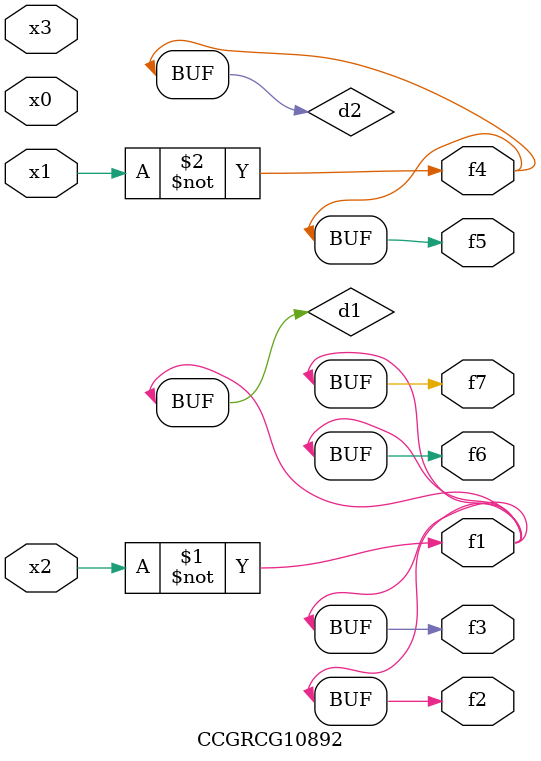
<source format=v>
module CCGRCG10892(
	input x0, x1, x2, x3,
	output f1, f2, f3, f4, f5, f6, f7
);

	wire d1, d2;

	xnor (d1, x2);
	not (d2, x1);
	assign f1 = d1;
	assign f2 = d1;
	assign f3 = d1;
	assign f4 = d2;
	assign f5 = d2;
	assign f6 = d1;
	assign f7 = d1;
endmodule

</source>
